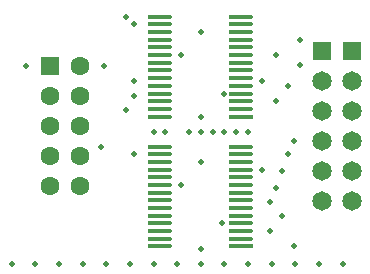
<source format=gts>
%FSLAX33Y33*%
%MOMM*%
%AMRect-W2052833-H422672-RO1.000*
21,1,2.052833,0.422672,0.,0.,180*%
%AMRR-H422672-W2052833-R211336-RO1.000*
21,1,1.630161,0.422672,0.,0.,180*
1,1,0.422672,0.8150805,-0.*
1,1,0.422672,-0.8150805,-0.*
1,1,0.422672,-0.8150805,0.*
1,1,0.422672,0.8150805,0.*%
%ADD10C,0.508*%
%ADD11Rect-W2052833-H422672-RO1.000*%
%ADD12RR-H422672-W2052833-R211336-RO1.000*%
%ADD13R,1.6X1.6*%
%ADD14C,1.6*%
%ADD15R,1.65X1.65*%
%ADD16C,1.65*%
D10*
%LNtop solder mask_traces*%
G01*
X16000Y12000D03*
X25400Y17614D03*
X23400Y7264D03*
X24350Y15875D03*
X23900Y4875D03*
X24900Y11230D03*
X10700Y13800D03*
X9000Y0750D03*
X14000Y12000D03*
X13000Y12000D03*
X22900Y6050D03*
X17000Y20425D03*
X17000Y2064D03*
X22175Y16310D03*
X18825Y4225D03*
X15000Y0750D03*
X15325Y7475D03*
X11000Y0750D03*
X21000Y12000D03*
X11325Y21075D03*
X8545Y10725D03*
X2230Y17580D03*
X7000Y0750D03*
X17000Y0750D03*
X21000Y0750D03*
X23400Y14575D03*
X11325Y16325D03*
X13000Y0750D03*
X19000Y0750D03*
X18950Y15225D03*
X15325Y18475D03*
X17000Y9425D03*
X23000Y0750D03*
X8770Y17580D03*
X25000Y0750D03*
X22900Y3575D03*
X17000Y13275D03*
X23400Y18475D03*
X23900Y8690D03*
X11325Y15040D03*
X17000Y12000D03*
X22175Y8775D03*
X3000Y0750D03*
X24900Y2275D03*
X20000Y12000D03*
X1000Y0750D03*
X5000Y0750D03*
X24400Y10075D03*
X29000Y0750D03*
X18000Y12000D03*
X25400Y19775D03*
X19000Y12000D03*
X11325Y10075D03*
X10700Y21715D03*
X27000Y0750D03*
%LNtop solder mask component 496cb8801b6f2685*%
D11*
X20425Y2275D03*
D12*
X20425Y2925D03*
X20425Y3575D03*
X20425Y4225D03*
X20425Y4875D03*
X20425Y5525D03*
X20425Y6175D03*
X20425Y6825D03*
X20425Y7475D03*
X20425Y8125D03*
X20425Y8775D03*
X20425Y9425D03*
X20425Y10075D03*
X20425Y10725D03*
X13575Y10725D03*
X13575Y10075D03*
X13575Y9425D03*
X13575Y8775D03*
X13575Y8125D03*
X13575Y7475D03*
X13575Y6825D03*
X13575Y6175D03*
X13575Y5525D03*
X13575Y4875D03*
X13575Y4225D03*
X13575Y3575D03*
X13575Y2925D03*
X13575Y2275D03*
%LNtop solder mask component 16f672dc61fb389c*%
D11*
X20425Y13275D03*
D12*
X20425Y13925D03*
X20425Y14575D03*
X20425Y15225D03*
X20425Y15875D03*
X20425Y16525D03*
X20425Y17175D03*
X20425Y17825D03*
X20425Y18475D03*
X20425Y19125D03*
X20425Y19775D03*
X20425Y20425D03*
X20425Y21075D03*
X20425Y21725D03*
X13575Y21725D03*
X13575Y21075D03*
X13575Y20425D03*
X13575Y19775D03*
X13575Y19125D03*
X13575Y18475D03*
X13575Y17825D03*
X13575Y17175D03*
X13575Y16525D03*
X13575Y15875D03*
X13575Y15225D03*
X13575Y14575D03*
X13575Y13925D03*
X13575Y13275D03*
%LNtop solder mask component 133d3bada370a9dd*%
D13*
X4230Y17580D03*
D14*
X4230Y15040D03*
X4230Y12500D03*
X4230Y9960D03*
X4230Y7420D03*
X6770Y17580D03*
X6770Y15040D03*
X6770Y12500D03*
X6770Y9960D03*
X6770Y7420D03*
%LNtop solder mask component d35b117345b5d75e*%
D15*
X29770Y18850D03*
D16*
X29770Y16310D03*
X29770Y13770D03*
X29770Y11230D03*
X29770Y8690D03*
X29770Y6150D03*
X27230Y13770D03*
X27230Y16310D03*
D15*
X27230Y18850D03*
D16*
X27230Y6150D03*
X27230Y8690D03*
X27230Y11230D03*
M02*
</source>
